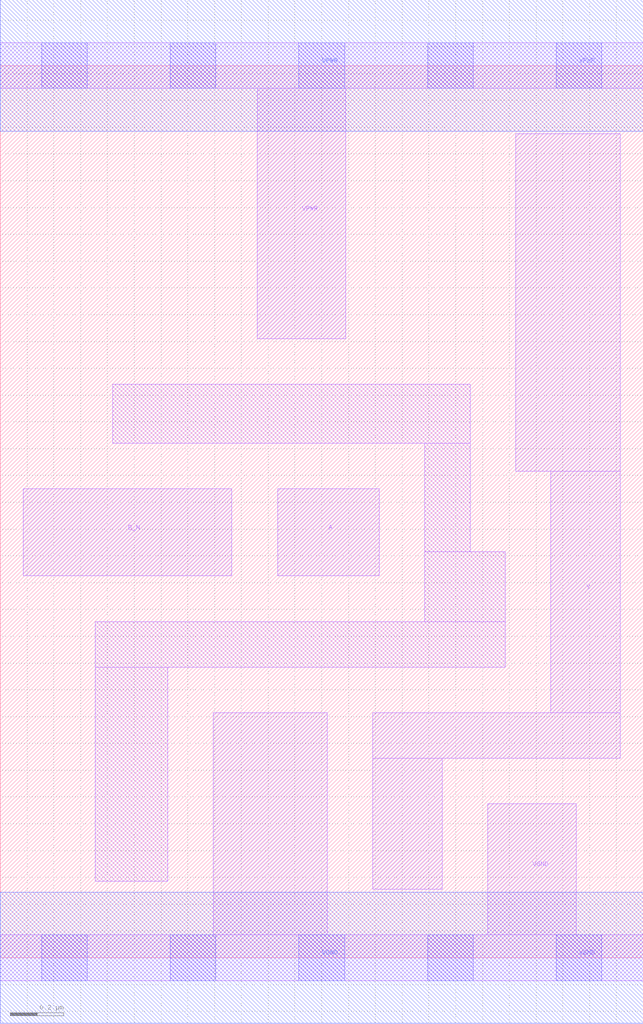
<source format=lef>
# Copyright 2020 The SkyWater PDK Authors
#
# Licensed under the Apache License, Version 2.0 (the "License");
# you may not use this file except in compliance with the License.
# You may obtain a copy of the License at
#
#     https://www.apache.org/licenses/LICENSE-2.0
#
# Unless required by applicable law or agreed to in writing, software
# distributed under the License is distributed on an "AS IS" BASIS,
# WITHOUT WARRANTIES OR CONDITIONS OF ANY KIND, either express or implied.
# See the License for the specific language governing permissions and
# limitations under the License.
#
# SPDX-License-Identifier: Apache-2.0

VERSION 5.7 ;
  NAMESCASESENSITIVE ON ;
  NOWIREEXTENSIONATPIN ON ;
  DIVIDERCHAR "/" ;
  BUSBITCHARS "[]" ;
UNITS
  DATABASE MICRONS 200 ;
END UNITS
MACRO sky130_fd_sc_lp__nor2b_1
  CLASS CORE ;
  SOURCE USER ;
  FOREIGN sky130_fd_sc_lp__nor2b_1 ;
  ORIGIN  0.000000  0.000000 ;
  SIZE  2.400000 BY  3.330000 ;
  SYMMETRY X Y R90 ;
  SITE unit ;
  PIN A
    ANTENNAGATEAREA  0.315000 ;
    DIRECTION INPUT ;
    USE SIGNAL ;
    PORT
      LAYER li1 ;
        RECT 1.035000 1.425000 1.415000 1.750000 ;
    END
  END A
  PIN B_N
    ANTENNAGATEAREA  0.126000 ;
    DIRECTION INPUT ;
    USE SIGNAL ;
    PORT
      LAYER li1 ;
        RECT 0.085000 1.425000 0.865000 1.750000 ;
    END
  END B_N
  PIN Y
    ANTENNADIFFAREA  0.852600 ;
    DIRECTION OUTPUT ;
    USE SIGNAL ;
    PORT
      LAYER li1 ;
        RECT 1.390000 0.255000 1.650000 0.745000 ;
        RECT 1.390000 0.745000 2.315000 0.915000 ;
        RECT 1.925000 1.815000 2.315000 3.075000 ;
        RECT 2.055000 0.915000 2.315000 1.815000 ;
    END
  END Y
  PIN VGND
    DIRECTION INOUT ;
    USE GROUND ;
    PORT
      LAYER li1 ;
        RECT 0.000000 -0.085000 2.400000 0.085000 ;
        RECT 0.795000  0.085000 1.220000 0.915000 ;
        RECT 1.820000  0.085000 2.150000 0.575000 ;
      LAYER mcon ;
        RECT 0.155000 -0.085000 0.325000 0.085000 ;
        RECT 0.635000 -0.085000 0.805000 0.085000 ;
        RECT 1.115000 -0.085000 1.285000 0.085000 ;
        RECT 1.595000 -0.085000 1.765000 0.085000 ;
        RECT 2.075000 -0.085000 2.245000 0.085000 ;
      LAYER met1 ;
        RECT 0.000000 -0.245000 2.400000 0.245000 ;
    END
  END VGND
  PIN VPWR
    DIRECTION INOUT ;
    USE POWER ;
    PORT
      LAYER li1 ;
        RECT 0.000000 3.245000 2.400000 3.415000 ;
        RECT 0.960000 2.310000 1.290000 3.245000 ;
      LAYER mcon ;
        RECT 0.155000 3.245000 0.325000 3.415000 ;
        RECT 0.635000 3.245000 0.805000 3.415000 ;
        RECT 1.115000 3.245000 1.285000 3.415000 ;
        RECT 1.595000 3.245000 1.765000 3.415000 ;
        RECT 2.075000 3.245000 2.245000 3.415000 ;
      LAYER met1 ;
        RECT 0.000000 3.085000 2.400000 3.575000 ;
    END
  END VPWR
  OBS
    LAYER li1 ;
      RECT 0.355000 0.285000 0.625000 1.085000 ;
      RECT 0.355000 1.085000 1.885000 1.255000 ;
      RECT 0.420000 1.920000 1.755000 2.140000 ;
      RECT 1.585000 1.255000 1.885000 1.515000 ;
      RECT 1.585000 1.515000 1.755000 1.920000 ;
  END
END sky130_fd_sc_lp__nor2b_1

</source>
